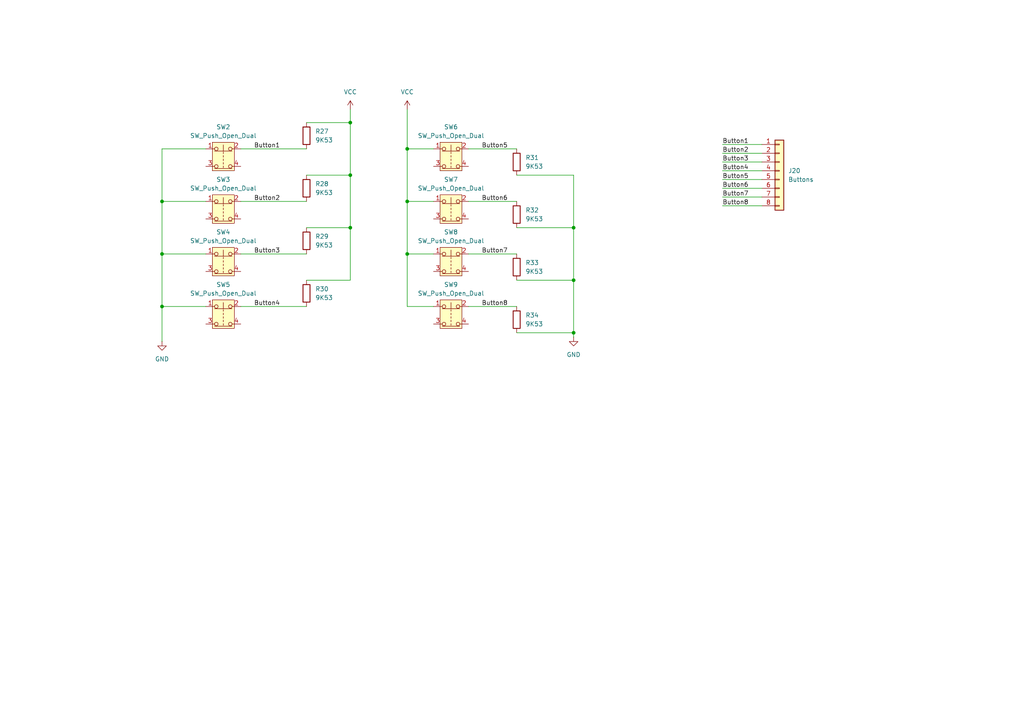
<source format=kicad_sch>
(kicad_sch (version 20231120) (generator "eeschema") (generator_version "8.0")
  (paper "A4")
  (lib_symbols
    (symbol "Connector_Generic:Conn_01x08" (pin_names (offset 1.016) hide)
      (property "Reference" "J" (at 0 10.16 0))
      (property "Value" "Conn_01x08" (at 0 -12.7 0))
      (symbol "Conn_01x08_1_1"
        (rectangle (start -1.27 -10.033) (end 0 -10.287) (stroke (width 0.1524)))
        (rectangle (start -1.27 -7.493) (end 0 -7.747) (stroke (width 0.1524)))
        (rectangle (start -1.27 -4.953) (end 0 -5.207) (stroke (width 0.1524)))
        (rectangle (start -1.27 -2.413) (end 0 -2.667) (stroke (width 0.1524)))
        (rectangle (start -1.27 0.127) (end 0 -0.127) (stroke (width 0.1524)))
        (rectangle (start -1.27 2.667) (end 0 2.413) (stroke (width 0.1524)))
        (rectangle (start -1.27 5.207) (end 0 4.953) (stroke (width 0.1524)))
        (rectangle (start -1.27 7.747) (end 0 7.493) (stroke (width 0.1524)))
        (rectangle (start -1.27 8.89) (end 1.27 -11.43) (stroke (width 0.254)) (fill (type background)))
        (pin passive line (at -5.08 7.62 0) (length 3.81) (name "Pin_1") (number "1"))
        (pin passive line (at -5.08 5.08 0) (length 3.81) (name "Pin_2") (number "2"))
        (pin passive line (at -5.08 2.54 0) (length 3.81) (name "Pin_3") (number "3"))
        (pin passive line (at -5.08 0 0) (length 3.81) (name "Pin_4") (number "4"))
        (pin passive line (at -5.08 -2.54 0) (length 3.81) (name "Pin_5") (number "5"))
        (pin passive line (at -5.08 -5.08 0) (length 3.81) (name "Pin_6") (number "6"))
        (pin passive line (at -5.08 -7.62 0) (length 3.81) (name "Pin_7") (number "7"))
        (pin passive line (at -5.08 -10.16 0) (length 3.81) (name "Pin_8") (number "8"))
      )
    )
    (symbol "Device:R" (pin_numbers hide) (pin_names (offset 0))
      (property "Reference" "R" (at 2.032 0 90))
      (property "Value" "R" (at 0 0 90))
      (symbol "R_0_1"
        (rectangle (start -1.016 -2.54) (end 1.016 2.54) (stroke (width 0.254)))
      )
      (symbol "R_1_1"
        (pin passive line (at 0 3.81 270) (length 1.27) (name "~") (number "1"))
        (pin passive line (at 0 -3.81 90) (length 1.27) (name "~") (number "2"))
      )
    )
    (symbol "Switch:SW_Push_Open_Dual" (pin_names (offset 1.016) hide)
      (property "Reference" "SW" (at 0 3.81 0))
      (property "Value" "SW_Push_Open_Dual" (at 0 -7.62 0))
      (symbol "SW_Push_Open_Dual_0_1"
        (circle (center -2.032 -5.08) (radius 0.508))
        (circle (center -2.032 0) (radius 0.508))
        (polyline (pts (xy 0 -4.953) (xy 0 -5.461)))
        (polyline (pts (xy 0 -3.937) (xy 0 -4.445)))
        (polyline (pts (xy 0 -3.429) (xy 0 -2.921)))
        (polyline (pts (xy 0 -2.413) (xy 0 -1.905)))
        (polyline (pts (xy 0 -1.397) (xy 0 -0.889)))
        (polyline (pts (xy 0 -0.635) (xy 0 1.143)))
        (polyline (pts (xy 2.54 -5.715) (xy -2.54 -5.715)))
        (polyline (pts (xy 2.54 -0.635) (xy -2.54 -0.635)))
        (circle (center 2.032 -5.08) (radius 0.508))
        (circle (center 2.032 0) (radius 0.508))
        (pin passive line (at -5.08 0 0) (length 2.54) (name "1") (number "1"))
        (pin passive line (at 5.08 0 180) (length 2.54) (name "2") (number "2"))
        (pin passive line (at -5.08 -5.08 0) (length 2.54) (name "3") (number "3"))
        (pin passive line (at 5.08 -5.08 180) (length 2.54) (name "4") (number "4"))
      )
      (symbol "SW_Push_Open_Dual_1_1"
        (rectangle (start -3.175 1.905) (end 3.175 -6.35) (fill (type background)))
      )
    )
    (symbol "power:GND" (power) (pin_numbers hide) (pin_names (offset 0) hide)
      (property "Value" "GND" (at 0 -3.81 0))
      (symbol "GND_0_1"
        (polyline (pts (xy 0 0) (xy 0 -1.27) (xy 1.27 -1.27) (xy 0 -2.54) (xy -1.27 -1.27) (xy 0 -1.27)))
      )
      (symbol "GND_1_1"
        (pin power_in line (at 0 0 270) (length 0) (name "~") (number "1"))
      )
    )
    (symbol "power:VCC" (power) (pin_numbers hide) (pin_names (offset 0) hide)
      (property "Value" "VCC" (at 0 3.556 0))
      (symbol "VCC_0_1"
        (polyline (pts (xy -0.762 1.27) (xy 0 2.54)))
        (polyline (pts (xy 0 0) (xy 0 2.54)))
        (polyline (pts (xy 0 2.54) (xy 0.762 1.27)))
      )
      (symbol "VCC_1_1"
        (pin power_in line (at 0 0 90) (length 0) (name "~") (number "1"))
      )
    )
  )
  (junction (at 46.99 73.66))
  (junction (at 46.99 88.9))
  (junction (at 118.11 43.18))
  (junction (at 101.6 66.04))
  (junction (at 166.37 81.28))
  (junction (at 101.6 35.56))
  (junction (at 118.11 58.42))
  (junction (at 101.6 50.8))
  (junction (at 166.37 96.52))
  (junction (at 46.99 58.42))
  (junction (at 118.11 73.66))
  (junction (at 166.37 66.04))
  (wire (pts (xy 166.37 66.04) (xy 166.37 81.28)))
  (wire (pts (xy 101.6 50.8) (xy 101.6 35.56)))
  (wire (pts (xy 135.89 43.18) (xy 149.86 43.18)))
  (wire (pts (xy 135.89 73.66) (xy 149.86 73.66)))
  (wire (pts (xy 118.11 88.9) (xy 118.11 73.66)))
  (wire (pts (xy 118.11 58.42) (xy 118.11 43.18)))
  (wire (pts (xy 59.69 73.66) (xy 46.99 73.66)))
  (wire (pts (xy 135.89 58.42) (xy 149.86 58.42)))
  (wire (pts (xy 166.37 50.8) (xy 166.37 66.04)))
  (wire (pts (xy 69.85 73.66) (xy 88.9 73.66)))
  (wire (pts (xy 125.73 73.66) (xy 118.11 73.66)))
  (wire (pts (xy 88.9 35.56) (xy 101.6 35.56)))
  (wire (pts (xy 46.99 73.66) (xy 46.99 88.9)))
  (wire (pts (xy 46.99 58.42) (xy 46.99 73.66)))
  (wire (pts (xy 88.9 66.04) (xy 101.6 66.04)))
  (wire (pts (xy 101.6 81.28) (xy 101.6 66.04)))
  (wire (pts (xy 209.55 54.61) (xy 220.98 54.61)))
  (wire (pts (xy 125.73 88.9) (xy 118.11 88.9)))
  (wire (pts (xy 209.55 46.99) (xy 220.98 46.99)))
  (wire (pts (xy 209.55 49.53) (xy 220.98 49.53)))
  (wire (pts (xy 166.37 96.52) (xy 166.37 97.79)))
  (wire (pts (xy 149.86 96.52) (xy 166.37 96.52)))
  (wire (pts (xy 135.89 88.9) (xy 149.86 88.9)))
  (wire (pts (xy 88.9 50.8) (xy 101.6 50.8)))
  (wire (pts (xy 69.85 43.18) (xy 88.9 43.18)))
  (wire (pts (xy 209.55 59.69) (xy 220.98 59.69)))
  (wire (pts (xy 149.86 50.8) (xy 166.37 50.8)))
  (wire (pts (xy 125.73 58.42) (xy 118.11 58.42)))
  (wire (pts (xy 118.11 43.18) (xy 118.11 31.75)))
  (wire (pts (xy 59.69 88.9) (xy 46.99 88.9)))
  (wire (pts (xy 59.69 58.42) (xy 46.99 58.42)))
  (wire (pts (xy 101.6 35.56) (xy 101.6 31.75)))
  (wire (pts (xy 101.6 66.04) (xy 101.6 50.8)))
  (wire (pts (xy 69.85 88.9) (xy 88.9 88.9)))
  (wire (pts (xy 125.73 43.18) (xy 118.11 43.18)))
  (wire (pts (xy 149.86 81.28) (xy 166.37 81.28)))
  (wire (pts (xy 209.55 57.15) (xy 220.98 57.15)))
  (wire (pts (xy 166.37 81.28) (xy 166.37 96.52)))
  (wire (pts (xy 209.55 44.45) (xy 220.98 44.45)))
  (wire (pts (xy 46.99 88.9) (xy 46.99 99.06)))
  (wire (pts (xy 69.85 58.42) (xy 88.9 58.42)))
  (wire (pts (xy 118.11 73.66) (xy 118.11 58.42)))
  (wire (pts (xy 59.69 43.18) (xy 46.99 43.18)))
  (wire (pts (xy 88.9 81.28) (xy 101.6 81.28)))
  (wire (pts (xy 46.99 43.18) (xy 46.99 58.42)))
  (wire (pts (xy 149.86 66.04) (xy 166.37 66.04)))
  (wire (pts (xy 209.55 52.07) (xy 220.98 52.07)))
  (wire (pts (xy 209.55 41.91) (xy 220.98 41.91)))
  (label "Button1" (at 73.66 43.18 0))
  (label "Button7" (at 209.55 57.15 0))
  (label "Button8" (at 209.55 59.69 0))
  (label "Button6" (at 139.7 58.42 0))
  (label "Button3" (at 209.55 46.99 0))
  (label "Button4" (at 73.66 88.9 0))
  (label "Button1" (at 209.55 41.91 0))
  (label "Button5" (at 209.55 52.07 0))
  (label "Button6" (at 209.55 54.61 0))
  (label "Button8" (at 139.7 88.9 0))
  (label "Button2" (at 73.66 58.42 0))
  (label "Button7" (at 139.7 73.66 0))
  (label "Button5" (at 139.7 43.18 0))
  (label "Button3" (at 73.66 73.66 0))
  (label "Button2" (at 209.55 44.45 0))
  (label "Button4" (at 209.55 49.53 0))
  (symbol (lib_id "Device:R") (at 149.86 62.23 0) (unit 1)
    (property "Reference" "R32" (at 152.4 60.9599 0) (effects (justify left)))
    (property "Value" "9K53" (at 152.4 63.4999 0) (effects (justify left)))
    (property "Footprint" "Inductor_SMD:L_1206_3216Metric_Pad1.42x1.75mm_HandSolder" (effects (hide yes)))
    (property "Description" "Resistor" (effects (hide yes)))
  )
  (symbol (lib_id "Switch:SW_Push_Open_Dual") (at 64.77 88.9 0) (unit 1)
    (property "Reference" "SW5" (at 64.77 82.55 0))
    (property "Value" "SW_Push_Open_Dual" (at 64.77 85.09 0))
    (property "Footprint" "Button_Switch_THT:SW_PUSH_6mm" (effects (hide yes)))
    (property "Description" "Push button switch, normally closed, generic, four pins" (effects (hide yes)))
  )
  (symbol (lib_id "Switch:SW_Push_Open_Dual") (at 64.77 73.66 0) (unit 1)
    (property "Reference" "SW4" (at 64.77 67.31 0))
    (property "Value" "SW_Push_Open_Dual" (at 64.77 69.85 0))
    (property "Footprint" "Button_Switch_THT:SW_PUSH_6mm" (effects (hide yes)))
    (property "Description" "Push button switch, normally closed, generic, four pins" (effects (hide yes)))
  )
  (symbol (lib_id "Device:R") (at 88.9 69.85 0) (unit 1)
    (property "Reference" "R29" (at 91.44 68.5799 0) (effects (justify left)))
    (property "Value" "9K53" (at 91.44 71.1199 0) (effects (justify left)))
    (property "Footprint" "Inductor_SMD:L_1206_3216Metric_Pad1.42x1.75mm_HandSolder" (effects (hide yes)))
    (property "Description" "Resistor" (effects (hide yes)))
  )
  (symbol (lib_id "power:GND") (at 46.99 99.06 0) (unit 1)
    (property "Reference" "#PWR073" (effects (hide yes)))
    (property "Value" "GND" (at 46.99 104.14 0))
    (property "Description" "Power symbol creates a global label with name \"GND\" , ground" (effects (hide yes)))
  )
  (symbol (lib_id "Switch:SW_Push_Open_Dual") (at 130.81 43.18 0) (unit 1)
    (property "Reference" "SW6" (at 130.81 36.83 0))
    (property "Value" "SW_Push_Open_Dual" (at 130.81 39.37 0))
    (property "Footprint" "Button_Switch_THT:SW_PUSH_6mm" (effects (hide yes)))
    (property "Description" "Push button switch, normally closed, generic, four pins" (effects (hide yes)))
  )
  (symbol (lib_id "Connector_Generic:Conn_01x08") (at 226.06 49.53 0) (unit 1)
    (property "Reference" "J20" (at 228.6 49.5299 0) (effects (justify left)))
    (property "Value" "Buttons" (at 228.6 52.0699 0) (effects (justify left)))
    (property "Footprint" "Connector_PinHeader_2.54mm:PinHeader_1x08_P2.54mm_Vertical" (effects (hide yes)))
    (property "Description" "Generic connector, single row, 01x08, script generated (kicad-library-utils/schlib/autogen/connector/)" (effects (hide yes)))
  )
  (symbol (lib_id "Device:R") (at 88.9 39.37 0) (unit 1)
    (property "Reference" "R27" (at 91.44 38.0999 0) (effects (justify left)))
    (property "Value" "9K53" (at 91.44 40.6399 0) (effects (justify left)))
    (property "Footprint" "Inductor_SMD:L_1206_3216Metric_Pad1.42x1.75mm_HandSolder" (effects (hide yes)))
    (property "Description" "Resistor" (effects (hide yes)))
  )
  (symbol (lib_id "Device:R") (at 149.86 46.99 0) (unit 1)
    (property "Reference" "R31" (at 152.4 45.7199 0) (effects (justify left)))
    (property "Value" "9K53" (at 152.4 48.2599 0) (effects (justify left)))
    (property "Footprint" "Inductor_SMD:L_1206_3216Metric_Pad1.42x1.75mm_HandSolder" (effects (hide yes)))
    (property "Description" "Resistor" (effects (hide yes)))
  )
  (symbol (lib_id "Switch:SW_Push_Open_Dual") (at 130.81 73.66 0) (unit 1)
    (property "Reference" "SW8" (at 130.81 67.31 0))
    (property "Value" "SW_Push_Open_Dual" (at 130.81 69.85 0))
    (property "Footprint" "Button_Switch_THT:SW_PUSH_6mm" (effects (hide yes)))
    (property "Description" "Push button switch, normally closed, generic, four pins" (effects (hide yes)))
  )
  (symbol (lib_id "Device:R") (at 149.86 77.47 0) (unit 1)
    (property "Reference" "R33" (at 152.4 76.1999 0) (effects (justify left)))
    (property "Value" "9K53" (at 152.4 78.7399 0) (effects (justify left)))
    (property "Footprint" "Inductor_SMD:L_1206_3216Metric_Pad1.42x1.75mm_HandSolder" (effects (hide yes)))
    (property "Description" "Resistor" (effects (hide yes)))
  )
  (symbol (lib_id "Switch:SW_Push_Open_Dual") (at 130.81 58.42 0) (unit 1)
    (property "Reference" "SW7" (at 130.81 52.07 0))
    (property "Value" "SW_Push_Open_Dual" (at 130.81 54.61 0))
    (property "Footprint" "Button_Switch_THT:SW_PUSH_6mm" (effects (hide yes)))
    (property "Description" "Push button switch, normally closed, generic, four pins" (effects (hide yes)))
  )
  (symbol (lib_id "Device:R") (at 149.86 92.71 0) (unit 1)
    (property "Reference" "R34" (at 152.4 91.4399 0) (effects (justify left)))
    (property "Value" "9K53" (at 152.4 93.9799 0) (effects (justify left)))
    (property "Footprint" "Inductor_SMD:L_1206_3216Metric_Pad1.42x1.75mm_HandSolder" (effects (hide yes)))
    (property "Description" "Resistor" (effects (hide yes)))
  )
  (symbol (lib_id "power:VCC") (at 101.6 31.75 0) (unit 1)
    (property "Reference" "#PWR072" (effects (hide yes)))
    (property "Value" "VCC" (at 101.6 26.67 0))
    (property "Description" "Power symbol creates a global label with name \"VCC\"" (effects (hide yes)))
  )
  (symbol (lib_id "Device:R") (at 88.9 85.09 0) (unit 1)
    (property "Reference" "R30" (at 91.44 83.8199 0) (effects (justify left)))
    (property "Value" "9K53" (at 91.44 86.3599 0) (effects (justify left)))
    (property "Footprint" "Inductor_SMD:L_1206_3216Metric_Pad1.42x1.75mm_HandSolder" (effects (hide yes)))
    (property "Description" "Resistor" (effects (hide yes)))
  )
  (symbol (lib_id "power:VCC") (at 118.11 31.75 0) (unit 1)
    (property "Reference" "#PWR074" (effects (hide yes)))
    (property "Value" "VCC" (at 118.11 26.67 0))
    (property "Description" "Power symbol creates a global label with name \"VCC\"" (effects (hide yes)))
  )
  (symbol (lib_id "power:GND") (at 166.37 97.79 0) (unit 1)
    (property "Reference" "#PWR075" (effects (hide yes)))
    (property "Value" "GND" (at 166.37 102.87 0))
    (property "Description" "Power symbol creates a global label with name \"GND\" , ground" (effects (hide yes)))
  )
  (symbol (lib_id "Switch:SW_Push_Open_Dual") (at 64.77 58.42 0) (unit 1)
    (property "Reference" "SW3" (at 64.77 52.07 0))
    (property "Value" "SW_Push_Open_Dual" (at 64.77 54.61 0))
    (property "Footprint" "Button_Switch_THT:SW_PUSH_6mm" (effects (hide yes)))
    (property "Description" "Push button switch, normally closed, generic, four pins" (effects (hide yes)))
  )
  (symbol (lib_id "Device:R") (at 88.9 54.61 0) (unit 1)
    (property "Reference" "R28" (at 91.44 53.3399 0) (effects (justify left)))
    (property "Value" "9K53" (at 91.44 55.8799 0) (effects (justify left)))
    (property "Footprint" "Inductor_SMD:L_1206_3216Metric_Pad1.42x1.75mm_HandSolder" (effects (hide yes)))
    (property "Description" "Resistor" (effects (hide yes)))
  )
  (symbol (lib_id "Switch:SW_Push_Open_Dual") (at 130.81 88.9 0) (unit 1)
    (property "Reference" "SW9" (at 130.81 82.55 0))
    (property "Value" "SW_Push_Open_Dual" (at 130.81 85.09 0))
    (property "Footprint" "Button_Switch_THT:SW_PUSH_6mm" (effects (hide yes)))
    (property "Description" "Push button switch, normally closed, generic, four pins" (effects (hide yes)))
  )
  (symbol (lib_id "Switch:SW_Push_Open_Dual") (at 64.77 43.18 0) (unit 1)
    (property "Reference" "SW2" (at 64.77 36.83 0))
    (property "Value" "SW_Push_Open_Dual" (at 64.77 39.37 0))
    (property "Footprint" "Button_Switch_THT:SW_PUSH_6mm" (effects (hide yes)))
    (property "Description" "Push button switch, normally closed, generic, four pins" (effects (hide yes)))
  )
)
</source>
